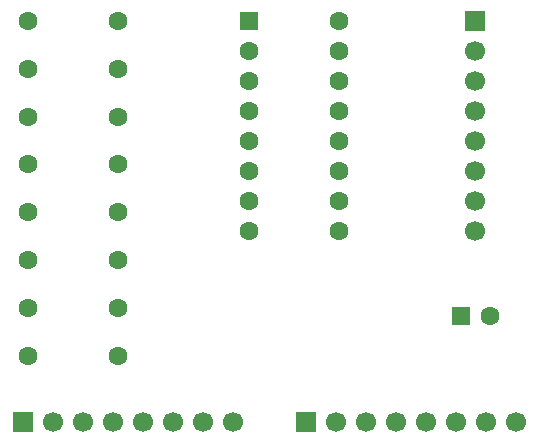
<source format=gbr>
%TF.GenerationSoftware,KiCad,Pcbnew,9.0.5*%
%TF.CreationDate,2025-10-04T13:36:39+01:00*%
%TF.ProjectId,piso,7069736f-2e6b-4696-9361-645f70636258,rev?*%
%TF.SameCoordinates,Original*%
%TF.FileFunction,Soldermask,Bot*%
%TF.FilePolarity,Negative*%
%FSLAX46Y46*%
G04 Gerber Fmt 4.6, Leading zero omitted, Abs format (unit mm)*
G04 Created by KiCad (PCBNEW 9.0.5) date 2025-10-04 13:36:39*
%MOMM*%
%LPD*%
G01*
G04 APERTURE LIST*
G04 Aperture macros list*
%AMRoundRect*
0 Rectangle with rounded corners*
0 $1 Rounding radius*
0 $2 $3 $4 $5 $6 $7 $8 $9 X,Y pos of 4 corners*
0 Add a 4 corners polygon primitive as box body*
4,1,4,$2,$3,$4,$5,$6,$7,$8,$9,$2,$3,0*
0 Add four circle primitives for the rounded corners*
1,1,$1+$1,$2,$3*
1,1,$1+$1,$4,$5*
1,1,$1+$1,$6,$7*
1,1,$1+$1,$8,$9*
0 Add four rect primitives between the rounded corners*
20,1,$1+$1,$2,$3,$4,$5,0*
20,1,$1+$1,$4,$5,$6,$7,0*
20,1,$1+$1,$6,$7,$8,$9,0*
20,1,$1+$1,$8,$9,$2,$3,0*%
G04 Aperture macros list end*
%ADD10C,1.600000*%
%ADD11RoundRect,0.250000X-0.550000X-0.550000X0.550000X-0.550000X0.550000X0.550000X-0.550000X0.550000X0*%
%ADD12R,1.700000X1.700000*%
%ADD13C,1.700000*%
G04 APERTURE END LIST*
D10*
%TO.C,R3*%
X134190000Y-68100000D03*
X141810000Y-68100000D03*
%TD*%
%TO.C,R4*%
X134190000Y-72150000D03*
X141810000Y-72150000D03*
%TD*%
D11*
%TO.C,U1*%
X152880000Y-60000000D03*
D10*
X152880000Y-62540000D03*
X152880000Y-65080000D03*
X152880000Y-67620000D03*
X152880000Y-70160000D03*
X152880000Y-72700000D03*
X152880000Y-75240000D03*
X152880000Y-77780000D03*
X160500000Y-77780000D03*
X160500000Y-75240000D03*
X160500000Y-72700000D03*
X160500000Y-70160000D03*
X160500000Y-67620000D03*
X160500000Y-65080000D03*
X160500000Y-62540000D03*
X160500000Y-60000000D03*
%TD*%
%TO.C,R6*%
X134190000Y-80250000D03*
X141810000Y-80250000D03*
%TD*%
%TO.C,R7*%
X134190000Y-84300000D03*
X141810000Y-84300000D03*
%TD*%
D12*
%TO.C,J1*%
X133720000Y-94000000D03*
D13*
X136260000Y-94000000D03*
X138800000Y-94000000D03*
X141340000Y-94000000D03*
X143880000Y-94000000D03*
X146420000Y-94000000D03*
X148960000Y-94000000D03*
X151500000Y-94000000D03*
%TD*%
D10*
%TO.C,R5*%
X134190000Y-76200000D03*
X141810000Y-76200000D03*
%TD*%
%TO.C,R2*%
X134190000Y-64050000D03*
X141810000Y-64050000D03*
%TD*%
%TO.C,R8*%
X134190000Y-88350000D03*
X141810000Y-88350000D03*
%TD*%
D12*
%TO.C,J3*%
X172000000Y-60000000D03*
D13*
X172000000Y-62540000D03*
X172000000Y-65080000D03*
X172000000Y-67620000D03*
X172000000Y-70160000D03*
X172000000Y-72700000D03*
X172000000Y-75240000D03*
X172000000Y-77780000D03*
%TD*%
D10*
%TO.C,R1*%
X134190000Y-60000000D03*
X141810000Y-60000000D03*
%TD*%
D12*
%TO.C,J2*%
X157650000Y-94000000D03*
D13*
X160190000Y-94000000D03*
X162730000Y-94000000D03*
X165270000Y-94000000D03*
X167810000Y-94000000D03*
X170350000Y-94000000D03*
X172890000Y-94000000D03*
X175430000Y-94000000D03*
%TD*%
D11*
%TO.C,C1*%
X170803631Y-85000000D03*
D10*
X173303631Y-85000000D03*
%TD*%
M02*

</source>
